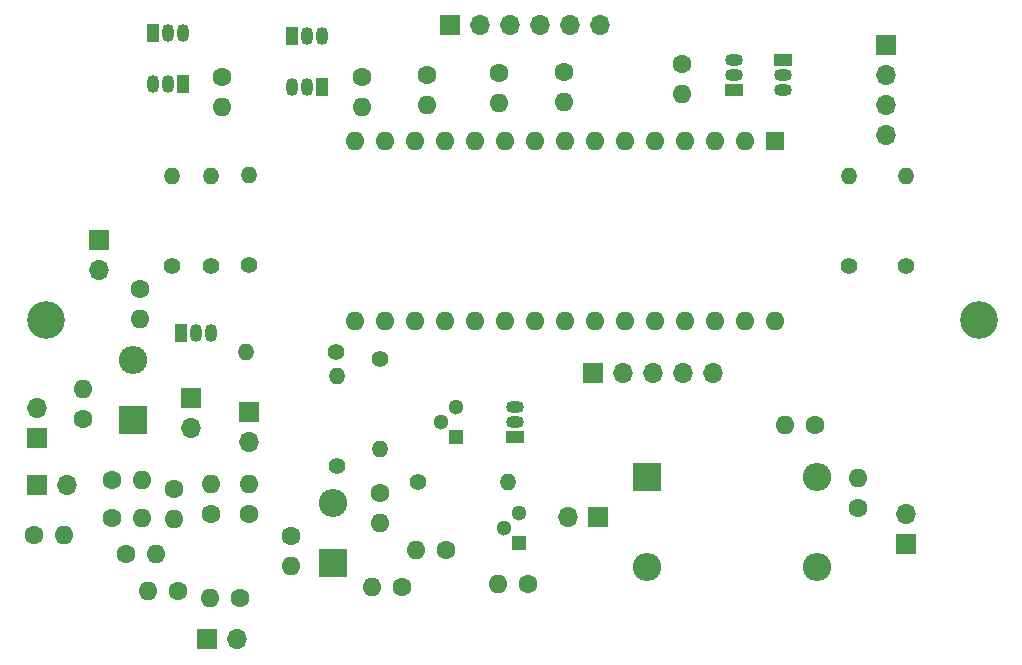
<source format=gbr>
%TF.GenerationSoftware,KiCad,Pcbnew,(5.1.9)-1*%
%TF.CreationDate,2022-03-31T17:20:55+02:00*%
%TF.ProjectId,Balance ruche,42616c61-6e63-4652-9072-756368652e6b,rev?*%
%TF.SameCoordinates,Original*%
%TF.FileFunction,Soldermask,Bot*%
%TF.FilePolarity,Negative*%
%FSLAX46Y46*%
G04 Gerber Fmt 4.6, Leading zero omitted, Abs format (unit mm)*
G04 Created by KiCad (PCBNEW (5.1.9)-1) date 2022-03-31 17:20:55*
%MOMM*%
%LPD*%
G01*
G04 APERTURE LIST*
%ADD10R,1.050000X1.500000*%
%ADD11O,1.050000X1.500000*%
%ADD12O,1.400000X1.400000*%
%ADD13C,1.400000*%
%ADD14O,1.600000X1.600000*%
%ADD15R,1.600000X1.600000*%
%ADD16C,1.600000*%
%ADD17O,2.400000X2.400000*%
%ADD18R,2.400000X2.400000*%
%ADD19R,1.500000X1.050000*%
%ADD20O,1.500000X1.050000*%
%ADD21R,1.300000X1.300000*%
%ADD22C,1.300000*%
%ADD23O,1.700000X1.700000*%
%ADD24R,1.700000X1.700000*%
%ADD25C,3.200000*%
G04 APERTURE END LIST*
D10*
%TO.C,Q8*%
X181060000Y-84710000D03*
D11*
X178520000Y-84710000D03*
X179790000Y-84710000D03*
%TD*%
D12*
%TO.C,R6*%
X168370000Y-92210000D03*
D13*
X168370000Y-99830000D03*
%TD*%
D12*
%TO.C,R5*%
X171660000Y-92210000D03*
D13*
X171660000Y-99830000D03*
%TD*%
D14*
%TO.C,A1*%
X183830000Y-104540000D03*
X183830000Y-89300000D03*
X219390000Y-104540000D03*
X186370000Y-89300000D03*
X216850000Y-104540000D03*
X188910000Y-89300000D03*
X214310000Y-104540000D03*
X191450000Y-89300000D03*
X211770000Y-104540000D03*
X193990000Y-89300000D03*
X209230000Y-104540000D03*
X196530000Y-89300000D03*
X206690000Y-104540000D03*
X199070000Y-89300000D03*
X204150000Y-104540000D03*
X201610000Y-89300000D03*
X201610000Y-104540000D03*
X204150000Y-89300000D03*
X199070000Y-104540000D03*
X206690000Y-89300000D03*
X196530000Y-104540000D03*
X209230000Y-89300000D03*
X193990000Y-104540000D03*
X211770000Y-89300000D03*
X191450000Y-104540000D03*
X214310000Y-89300000D03*
X188910000Y-104540000D03*
X216850000Y-89300000D03*
X186370000Y-104540000D03*
D15*
X219390000Y-89300000D03*
%TD*%
D12*
%TO.C,R21*%
X182300000Y-109150000D03*
D13*
X182300000Y-116770000D03*
%TD*%
D12*
%TO.C,R20*%
X185970000Y-115400000D03*
D13*
X185970000Y-107780000D03*
%TD*%
D12*
%TO.C,R7*%
X174590000Y-107110000D03*
D13*
X182210000Y-107110000D03*
%TD*%
D12*
%TO.C,R22*%
X196790000Y-118190000D03*
D13*
X189170000Y-118190000D03*
%TD*%
D12*
%TO.C,R8*%
X174920000Y-92150000D03*
D13*
X174920000Y-99770000D03*
%TD*%
D12*
%TO.C,R11*%
X230520000Y-92290000D03*
D13*
X230520000Y-99910000D03*
%TD*%
D12*
%TO.C,R10*%
X225720000Y-92280000D03*
D13*
X225720000Y-99900000D03*
%TD*%
D14*
%TO.C,C2*%
X166350000Y-127380000D03*
D16*
X168890000Y-127380000D03*
%TD*%
D14*
%TO.C,C21*%
X178420000Y-125280000D03*
D16*
X178420000Y-122740000D03*
%TD*%
D14*
%TO.C,C1*%
X185260000Y-127020000D03*
D16*
X187800000Y-127020000D03*
%TD*%
D14*
%TO.C,C20*%
X189010000Y-123910000D03*
D16*
X191550000Y-123910000D03*
%TD*%
D14*
%TO.C,R26*%
X172610000Y-86390000D03*
D16*
X172610000Y-83850000D03*
%TD*%
D14*
%TO.C,R25*%
X184470000Y-86400000D03*
D16*
X184470000Y-83860000D03*
%TD*%
D14*
%TO.C,R24*%
X211510000Y-85310000D03*
D16*
X211510000Y-82770000D03*
%TD*%
D14*
%TO.C,R23*%
X220260000Y-113320000D03*
D16*
X222800000Y-113320000D03*
%TD*%
D14*
%TO.C,R19*%
X165800000Y-121190000D03*
D16*
X163260000Y-121190000D03*
%TD*%
D14*
%TO.C,R18*%
X165840000Y-117990000D03*
D16*
X163300000Y-117990000D03*
%TD*%
D14*
%TO.C,R17*%
X168520000Y-121310000D03*
D16*
X168520000Y-118770000D03*
%TD*%
D14*
%TO.C,R16*%
X167000000Y-124270000D03*
D16*
X164460000Y-124270000D03*
%TD*%
D14*
%TO.C,R15*%
X174900000Y-118330000D03*
D16*
X174900000Y-120870000D03*
%TD*%
D14*
%TO.C,R14*%
X159200000Y-122640000D03*
D16*
X156660000Y-122640000D03*
%TD*%
D14*
%TO.C,R13*%
X171680000Y-118330000D03*
D16*
X171680000Y-120870000D03*
%TD*%
D14*
%TO.C,R12*%
X185940000Y-121610000D03*
D16*
X185940000Y-119070000D03*
%TD*%
D14*
%TO.C,R9*%
X196070000Y-86070000D03*
D16*
X196070000Y-83530000D03*
%TD*%
D14*
%TO.C,R4*%
X189980000Y-86210000D03*
D16*
X189980000Y-83670000D03*
%TD*%
D14*
%TO.C,R3*%
X201580000Y-86000000D03*
D16*
X201580000Y-83460000D03*
%TD*%
D14*
%TO.C,R2*%
X226440000Y-117830000D03*
D16*
X226440000Y-120370000D03*
%TD*%
D14*
%TO.C,R1*%
X165640000Y-104330000D03*
D16*
X165640000Y-101790000D03*
%TD*%
D14*
%TO.C,F3*%
X195980000Y-126790000D03*
D16*
X198520000Y-126790000D03*
%TD*%
D14*
%TO.C,F2*%
X171600000Y-128020000D03*
D16*
X174140000Y-128020000D03*
%TD*%
D14*
%TO.C,F1*%
X160800000Y-110320000D03*
D16*
X160800000Y-112860000D03*
%TD*%
D17*
%TO.C,U3*%
X223010000Y-125352400D03*
X223010000Y-117730000D03*
X208550000Y-125350000D03*
D18*
X208550000Y-117730000D03*
%TD*%
D10*
%TO.C,Q10*%
X169330000Y-84460000D03*
D11*
X166790000Y-84460000D03*
X168060000Y-84460000D03*
%TD*%
D10*
%TO.C,Q9*%
X166770000Y-80170000D03*
D11*
X169310000Y-80170000D03*
X168040000Y-80170000D03*
%TD*%
D10*
%TO.C,Q7*%
X178520000Y-80370000D03*
D11*
X181060000Y-80370000D03*
X179790000Y-80370000D03*
%TD*%
D19*
%TO.C,Q6*%
X220130000Y-82400000D03*
D20*
X220130000Y-84940000D03*
X220130000Y-83670000D03*
%TD*%
D19*
%TO.C,Q5*%
X215920000Y-84940000D03*
D20*
X215920000Y-82400000D03*
X215920000Y-83670000D03*
%TD*%
D21*
%TO.C,Q4*%
X197760000Y-123320000D03*
D22*
X197760000Y-120780000D03*
X196490000Y-122050000D03*
%TD*%
D19*
%TO.C,Q3*%
X197380000Y-114370000D03*
D20*
X197380000Y-111830000D03*
X197380000Y-113100000D03*
%TD*%
D21*
%TO.C,Q2*%
X192370000Y-114370000D03*
D22*
X192370000Y-111830000D03*
X191100000Y-113100000D03*
%TD*%
D10*
%TO.C,Q1*%
X169130000Y-105510000D03*
D11*
X171670000Y-105510000D03*
X170400000Y-105510000D03*
%TD*%
D23*
%TO.C,J201*%
X159490000Y-118380000D03*
D24*
X156950000Y-118380000D03*
%TD*%
D23*
%TO.C,J200*%
X173860000Y-131460000D03*
D24*
X171320000Y-131460000D03*
%TD*%
D23*
%TO.C,J101*%
X214170000Y-108960000D03*
X211630000Y-108960000D03*
X209090000Y-108960000D03*
X206550000Y-108960000D03*
D24*
X204010000Y-108960000D03*
%TD*%
D23*
%TO.C,J100*%
X204570000Y-79500000D03*
X202030000Y-79500000D03*
X199490000Y-79500000D03*
X196950000Y-79500000D03*
X194410000Y-79500000D03*
D24*
X191870000Y-79500000D03*
%TD*%
D23*
%TO.C,J11*%
X201880000Y-121110000D03*
D24*
X204420000Y-121110000D03*
%TD*%
D23*
%TO.C,J8*%
X174900000Y-114770000D03*
D24*
X174900000Y-112230000D03*
%TD*%
D23*
%TO.C,J7*%
X230480000Y-120900000D03*
D24*
X230480000Y-123440000D03*
%TD*%
D23*
%TO.C,J6*%
X169930000Y-113610000D03*
D24*
X169930000Y-111070000D03*
%TD*%
D23*
%TO.C,J5*%
X162160000Y-100220000D03*
D24*
X162160000Y-97680000D03*
%TD*%
D23*
%TO.C,J4*%
X228840000Y-88740000D03*
X228840000Y-86200000D03*
X228840000Y-83660000D03*
D24*
X228840000Y-81120000D03*
%TD*%
D23*
%TO.C,J1*%
X156940000Y-111890000D03*
D24*
X156940000Y-114430000D03*
%TD*%
D25*
%TO.C,H2*%
X157670000Y-104460000D03*
%TD*%
%TO.C,H1*%
X236670000Y-104460000D03*
%TD*%
D17*
%TO.C,D2*%
X182010000Y-119910000D03*
D18*
X182010000Y-124990000D03*
%TD*%
D17*
%TO.C,D1*%
X165030000Y-107810000D03*
D18*
X165030000Y-112890000D03*
%TD*%
M02*

</source>
